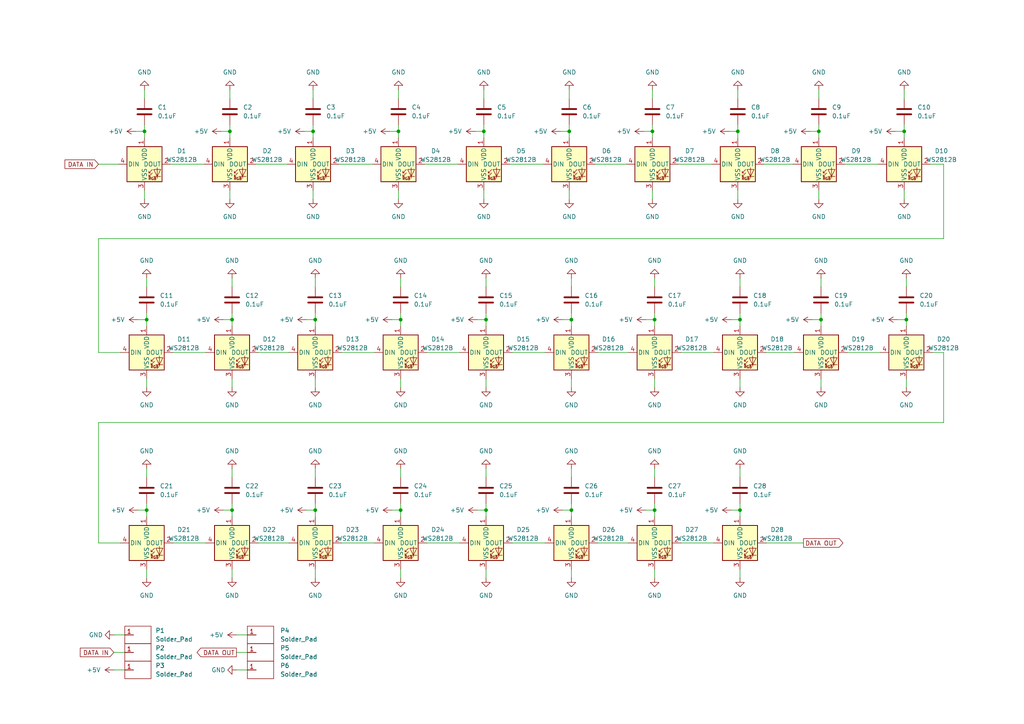
<source format=kicad_sch>
(kicad_sch (version 20230121) (generator eeschema)
  (paper "A4")
  (lib_symbols
    (symbol "Device:C" (pin_numbers hide) (pin_names (offset 0.254))
      (property "Reference" "C" (at 0.635 2.54 0))
      (property "Value" "C" (at 0.635 -2.54 0))
      (symbol "C_0_1"
        (polyline (pts (xy -2.032 -0.762) (xy 2.032 -0.762)) (stroke (width 0.508)))
        (polyline (pts (xy -2.032 0.762) (xy 2.032 0.762)) (stroke (width 0.508)))
      )
      (symbol "C_1_1"
        (pin passive line (at 0 3.81 270) (length 2.794) (name "~") (number "1"))
        (pin passive line (at 0 -3.81 90) (length 2.794) (name "~") (number "2"))
      )
    )
    (symbol "MyParts:Solder_Pad" (in_bom no)
      (property "Reference" "P" (at 0 3.81 0))
      (property "Value" "Solder_Pad" (at 0 -2.54 0))
      (symbol "Solder_Pad_0_1"
        (rectangle (start 0 2.54) (end 7.62 -2.54) (stroke (width 0.1524)))
      )
      (symbol "Solder_Pad_1_1"
        (pin bidirectional line (at 0 0 0) (length 2.54) (name "") (number "1"))
      )
    )
    (symbol "MyParts:WS2812B" (pin_names (offset 0.254))
      (property "Reference" "D" (at 5.08 5.715 0))
      (property "Value" "WS2812B" (at 1.27 -5.715 0))
      (symbol "WS2812B_0_0"
        (text "RGB" (at 2.286 -4.191 0) (effects (font (size 0.762 0.762))))
      )
      (symbol "WS2812B_0_1"
        (polyline (pts (xy 1.27 -3.556) (xy 1.778 -3.556)))
        (polyline (pts (xy 1.27 -2.54) (xy 1.778 -2.54)))
        (polyline (pts (xy 4.699 -3.556) (xy 2.667 -3.556)))
        (polyline (pts (xy 2.286 -2.54) (xy 1.27 -3.556) (xy 1.27 -3.048)))
        (polyline (pts (xy 2.286 -1.524) (xy 1.27 -2.54) (xy 1.27 -2.032)))
        (polyline (pts (xy 3.683 -1.016) (xy 3.683 -3.556) (xy 3.683 -4.064)))
        (polyline (pts (xy 4.699 -1.524) (xy 2.667 -1.524) (xy 3.683 -3.556) (xy 4.699 -1.524)))
        (rectangle (start 5.08 5.08) (end -5.08 -5.08) (stroke (width 0.254)) (fill (type background)))
      )
      (symbol "WS2812B_1_1"
        (pin power_in line (at 0 7.62 270) (length 2.54) (name "VDD") (number "1"))
        (pin output line (at 7.62 0 180) (length 2.54) (name "DOUT") (number "2"))
        (pin power_in line (at 0 -7.62 90) (length 2.54) (name "VSS") (number "3"))
        (pin input line (at -7.62 0 0) (length 2.54) (name "DIN") (number "4"))
      )
    )
    (symbol "power:+5V" (power) (pin_names (offset 0))
      (property "Value" "+5V" (at 0 3.556 0))
      (symbol "+5V_0_1"
        (polyline (pts (xy -0.762 1.27) (xy 0 2.54)))
        (polyline (pts (xy 0 0) (xy 0 2.54)))
        (polyline (pts (xy 0 2.54) (xy 0.762 1.27)))
      )
      (symbol "+5V_1_1"
        (pin power_in line (at 0 0 90) (length 0) hide (name "+5V") (number "1"))
      )
    )
    (symbol "power:GND" (power) (pin_names (offset 0))
      (property "Value" "GND" (at 0 -3.81 0))
      (symbol "GND_0_1"
        (polyline (pts (xy 0 0) (xy 0 -1.27) (xy 1.27 -1.27) (xy 0 -2.54) (xy -1.27 -1.27) (xy 0 -1.27)))
      )
      (symbol "GND_1_1"
        (pin power_in line (at 0 0 270) (length 0) hide (name "GND") (number "1"))
      )
    )
  )
  (junction (at 165.735 92.71))
  (junction (at 189.23 38.1))
  (junction (at 213.995 38.1))
  (junction (at 214.63 92.71))
  (junction (at 42.545 92.71))
  (junction (at 238.125 92.71))
  (junction (at 189.865 147.955))
  (junction (at 67.31 92.71))
  (junction (at 41.91 38.1))
  (junction (at 189.865 92.71))
  (junction (at 262.89 92.71))
  (junction (at 67.31 147.955))
  (junction (at 140.97 147.955))
  (junction (at 140.335 38.1))
  (junction (at 91.44 147.955))
  (junction (at 91.44 92.71))
  (junction (at 42.545 147.955))
  (junction (at 165.735 147.955))
  (junction (at 165.1 38.1))
  (junction (at 140.97 92.71))
  (junction (at 115.57 38.1))
  (junction (at 116.205 92.71))
  (junction (at 66.675 38.1))
  (junction (at 262.255 38.1))
  (junction (at 237.49 38.1))
  (junction (at 214.63 147.955))
  (junction (at 116.205 147.955))
  (junction (at 90.805 38.1))
  (wire (pts (xy 42.545 147.955) (xy 42.545 149.86)))
  (wire (pts (xy 189.865 135.89) (xy 189.865 138.43)))
  (wire (pts (xy 99.06 102.235) (xy 108.585 102.235)))
  (wire (pts (xy 116.205 92.71) (xy 116.205 94.615)))
  (wire (pts (xy 237.49 55.245) (xy 237.49 57.785)))
  (wire (pts (xy 172.72 47.625) (xy 181.61 47.625)))
  (wire (pts (xy 88.9 92.71) (xy 91.44 92.71)))
  (wire (pts (xy 189.23 55.245) (xy 189.23 57.785)))
  (wire (pts (xy 262.89 109.855) (xy 262.89 112.395)))
  (wire (pts (xy 189.865 165.1) (xy 189.865 167.64)))
  (wire (pts (xy 262.89 92.71) (xy 262.89 94.615)))
  (wire (pts (xy 64.77 92.71) (xy 67.31 92.71)))
  (wire (pts (xy 222.25 157.48) (xy 233.045 157.48)))
  (wire (pts (xy 213.995 26.035) (xy 213.995 28.575)))
  (wire (pts (xy 90.805 26.035) (xy 90.805 28.575)))
  (wire (pts (xy 189.23 36.195) (xy 189.23 38.1)))
  (wire (pts (xy 213.995 38.1) (xy 213.995 40.005)))
  (wire (pts (xy 262.89 90.805) (xy 262.89 92.71)))
  (wire (pts (xy 213.995 36.195) (xy 213.995 38.1)))
  (wire (pts (xy 212.09 92.71) (xy 214.63 92.71)))
  (wire (pts (xy 197.485 157.48) (xy 207.01 157.48)))
  (wire (pts (xy 140.335 38.1) (xy 140.335 40.005)))
  (wire (pts (xy 140.97 165.1) (xy 140.97 167.64)))
  (wire (pts (xy 41.91 55.245) (xy 41.91 57.785)))
  (wire (pts (xy 74.93 102.235) (xy 83.82 102.235)))
  (wire (pts (xy 189.865 109.855) (xy 189.865 112.395)))
  (wire (pts (xy 237.49 26.035) (xy 237.49 28.575)))
  (wire (pts (xy 237.49 36.195) (xy 237.49 38.1)))
  (wire (pts (xy 66.675 38.1) (xy 66.675 40.005)))
  (wire (pts (xy 165.1 26.035) (xy 165.1 28.575)))
  (wire (pts (xy 33.02 194.31) (xy 36.195 194.31)))
  (wire (pts (xy 113.665 92.71) (xy 116.205 92.71)))
  (wire (pts (xy 165.1 36.195) (xy 165.1 38.1)))
  (wire (pts (xy 163.195 92.71) (xy 165.735 92.71)))
  (wire (pts (xy 90.805 36.195) (xy 90.805 38.1)))
  (wire (pts (xy 245.745 102.235) (xy 255.27 102.235)))
  (wire (pts (xy 273.685 69.215) (xy 28.575 69.215)))
  (wire (pts (xy 115.57 36.195) (xy 115.57 38.1)))
  (wire (pts (xy 273.685 47.625) (xy 273.685 69.215)))
  (wire (pts (xy 67.31 92.71) (xy 67.31 94.615)))
  (wire (pts (xy 165.735 165.1) (xy 165.735 167.64)))
  (wire (pts (xy 67.31 109.855) (xy 67.31 112.395)))
  (wire (pts (xy 262.89 80.645) (xy 262.89 83.185)))
  (wire (pts (xy 140.97 135.89) (xy 140.97 138.43)))
  (wire (pts (xy 189.865 146.05) (xy 189.865 147.955)))
  (wire (pts (xy 113.03 38.1) (xy 115.57 38.1)))
  (wire (pts (xy 237.49 38.1) (xy 237.49 40.005)))
  (wire (pts (xy 234.95 38.1) (xy 237.49 38.1)))
  (wire (pts (xy 116.205 135.89) (xy 116.205 138.43)))
  (wire (pts (xy 40.005 92.71) (xy 42.545 92.71)))
  (wire (pts (xy 115.57 38.1) (xy 115.57 40.005)))
  (wire (pts (xy 113.665 147.955) (xy 116.205 147.955)))
  (wire (pts (xy 273.685 102.235) (xy 273.685 122.555)))
  (wire (pts (xy 140.97 92.71) (xy 140.97 94.615)))
  (wire (pts (xy 165.735 109.855) (xy 165.735 112.395)))
  (wire (pts (xy 91.44 80.645) (xy 91.44 83.185)))
  (wire (pts (xy 66.675 55.245) (xy 66.675 57.785)))
  (wire (pts (xy 66.675 36.195) (xy 66.675 38.1)))
  (wire (pts (xy 123.825 102.235) (xy 133.35 102.235)))
  (wire (pts (xy 235.585 92.71) (xy 238.125 92.71)))
  (wire (pts (xy 189.865 80.645) (xy 189.865 83.185)))
  (wire (pts (xy 273.685 122.555) (xy 28.575 122.555)))
  (wire (pts (xy 41.91 36.195) (xy 41.91 38.1)))
  (wire (pts (xy 42.545 92.71) (xy 42.545 94.615)))
  (wire (pts (xy 67.31 165.1) (xy 67.31 167.64)))
  (wire (pts (xy 165.735 146.05) (xy 165.735 147.955)))
  (wire (pts (xy 91.44 109.855) (xy 91.44 112.395)))
  (wire (pts (xy 28.575 47.625) (xy 34.29 47.625)))
  (wire (pts (xy 42.545 135.89) (xy 42.545 138.43)))
  (wire (pts (xy 49.53 47.625) (xy 59.055 47.625)))
  (wire (pts (xy 40.005 147.955) (xy 42.545 147.955)))
  (wire (pts (xy 116.205 147.955) (xy 116.205 149.86)))
  (wire (pts (xy 222.25 102.235) (xy 230.505 102.235)))
  (wire (pts (xy 90.805 38.1) (xy 90.805 40.005)))
  (wire (pts (xy 165.735 92.71) (xy 165.735 94.615)))
  (wire (pts (xy 269.875 47.625) (xy 273.685 47.625)))
  (wire (pts (xy 187.325 92.71) (xy 189.865 92.71)))
  (wire (pts (xy 74.295 47.625) (xy 83.185 47.625)))
  (wire (pts (xy 68.58 194.31) (xy 71.755 194.31)))
  (wire (pts (xy 42.545 90.805) (xy 42.545 92.71)))
  (wire (pts (xy 238.125 109.855) (xy 238.125 112.395)))
  (wire (pts (xy 165.735 135.89) (xy 165.735 138.43)))
  (wire (pts (xy 116.205 146.05) (xy 116.205 147.955)))
  (wire (pts (xy 197.485 102.235) (xy 207.01 102.235)))
  (wire (pts (xy 50.165 157.48) (xy 59.69 157.48)))
  (wire (pts (xy 50.165 102.235) (xy 59.69 102.235)))
  (wire (pts (xy 41.91 26.035) (xy 41.91 28.575)))
  (wire (pts (xy 116.205 80.645) (xy 116.205 83.185)))
  (wire (pts (xy 28.575 157.48) (xy 34.925 157.48)))
  (wire (pts (xy 214.63 135.89) (xy 214.63 138.43)))
  (wire (pts (xy 91.44 92.71) (xy 91.44 94.615)))
  (wire (pts (xy 66.675 26.035) (xy 66.675 28.575)))
  (wire (pts (xy 28.575 122.555) (xy 28.575 157.48)))
  (wire (pts (xy 91.44 147.955) (xy 91.44 149.86)))
  (wire (pts (xy 68.58 189.23) (xy 71.755 189.23)))
  (wire (pts (xy 165.735 90.805) (xy 165.735 92.71)))
  (wire (pts (xy 64.135 38.1) (xy 66.675 38.1)))
  (wire (pts (xy 221.615 47.625) (xy 229.87 47.625)))
  (wire (pts (xy 42.545 165.1) (xy 42.545 167.64)))
  (wire (pts (xy 262.255 55.245) (xy 262.255 57.785)))
  (wire (pts (xy 123.825 157.48) (xy 133.35 157.48)))
  (wire (pts (xy 262.255 26.035) (xy 262.255 28.575)))
  (wire (pts (xy 165.735 80.645) (xy 165.735 83.185)))
  (wire (pts (xy 213.995 55.245) (xy 213.995 57.785)))
  (wire (pts (xy 116.205 109.855) (xy 116.205 112.395)))
  (wire (pts (xy 67.31 135.89) (xy 67.31 138.43)))
  (wire (pts (xy 214.63 92.71) (xy 214.63 94.615)))
  (wire (pts (xy 116.205 90.805) (xy 116.205 92.71)))
  (wire (pts (xy 33.02 189.23) (xy 36.195 189.23)))
  (wire (pts (xy 189.23 38.1) (xy 189.23 40.005)))
  (wire (pts (xy 214.63 147.955) (xy 214.63 149.86)))
  (wire (pts (xy 212.09 147.955) (xy 214.63 147.955)))
  (wire (pts (xy 211.455 38.1) (xy 213.995 38.1)))
  (wire (pts (xy 42.545 146.05) (xy 42.545 147.955)))
  (wire (pts (xy 90.805 55.245) (xy 90.805 57.785)))
  (wire (pts (xy 140.335 26.035) (xy 140.335 28.575)))
  (wire (pts (xy 165.1 38.1) (xy 165.1 40.005)))
  (wire (pts (xy 64.77 147.955) (xy 67.31 147.955)))
  (wire (pts (xy 88.9 147.955) (xy 91.44 147.955)))
  (wire (pts (xy 74.93 157.48) (xy 83.82 157.48)))
  (wire (pts (xy 42.545 80.645) (xy 42.545 83.185)))
  (wire (pts (xy 140.97 80.645) (xy 140.97 83.185)))
  (wire (pts (xy 163.195 147.955) (xy 165.735 147.955)))
  (wire (pts (xy 91.44 135.89) (xy 91.44 138.43)))
  (wire (pts (xy 262.255 36.195) (xy 262.255 38.1)))
  (wire (pts (xy 214.63 80.645) (xy 214.63 83.185)))
  (wire (pts (xy 123.19 47.625) (xy 132.715 47.625)))
  (wire (pts (xy 39.37 38.1) (xy 41.91 38.1)))
  (wire (pts (xy 28.575 102.235) (xy 34.925 102.235)))
  (wire (pts (xy 140.97 109.855) (xy 140.97 112.395)))
  (wire (pts (xy 189.865 90.805) (xy 189.865 92.71)))
  (wire (pts (xy 189.865 92.71) (xy 189.865 94.615)))
  (wire (pts (xy 115.57 26.035) (xy 115.57 28.575)))
  (wire (pts (xy 214.63 165.1) (xy 214.63 167.64)))
  (wire (pts (xy 140.97 147.955) (xy 140.97 149.86)))
  (wire (pts (xy 165.1 55.245) (xy 165.1 57.785)))
  (wire (pts (xy 214.63 146.05) (xy 214.63 147.955)))
  (wire (pts (xy 165.735 147.955) (xy 165.735 149.86)))
  (wire (pts (xy 214.63 90.805) (xy 214.63 92.71)))
  (wire (pts (xy 270.51 102.235) (xy 273.685 102.235)))
  (wire (pts (xy 173.355 157.48) (xy 182.245 157.48)))
  (wire (pts (xy 262.255 38.1) (xy 262.255 40.005)))
  (wire (pts (xy 33.02 184.15) (xy 36.195 184.15)))
  (wire (pts (xy 214.63 109.855) (xy 214.63 112.395)))
  (wire (pts (xy 67.31 90.805) (xy 67.31 92.71)))
  (wire (pts (xy 189.865 147.955) (xy 189.865 149.86)))
  (wire (pts (xy 138.43 147.955) (xy 140.97 147.955)))
  (wire (pts (xy 68.58 184.15) (xy 71.755 184.15)))
  (wire (pts (xy 42.545 109.855) (xy 42.545 112.395)))
  (wire (pts (xy 238.125 90.805) (xy 238.125 92.71)))
  (wire (pts (xy 91.44 90.805) (xy 91.44 92.71)))
  (wire (pts (xy 245.11 47.625) (xy 254.635 47.625)))
  (wire (pts (xy 259.715 38.1) (xy 262.255 38.1)))
  (wire (pts (xy 238.125 80.645) (xy 238.125 83.185)))
  (wire (pts (xy 140.97 146.05) (xy 140.97 147.955)))
  (wire (pts (xy 98.425 47.625) (xy 107.95 47.625)))
  (wire (pts (xy 91.44 146.05) (xy 91.44 147.955)))
  (wire (pts (xy 238.125 92.71) (xy 238.125 94.615)))
  (wire (pts (xy 67.31 146.05) (xy 67.31 147.955)))
  (wire (pts (xy 137.795 38.1) (xy 140.335 38.1)))
  (wire (pts (xy 162.56 38.1) (xy 165.1 38.1)))
  (wire (pts (xy 116.205 165.1) (xy 116.205 167.64)))
  (wire (pts (xy 189.23 26.035) (xy 189.23 28.575)))
  (wire (pts (xy 88.265 38.1) (xy 90.805 38.1)))
  (wire (pts (xy 67.31 80.645) (xy 67.31 83.185)))
  (wire (pts (xy 148.59 102.235) (xy 158.115 102.235)))
  (wire (pts (xy 99.06 157.48) (xy 108.585 157.48)))
  (wire (pts (xy 148.59 157.48) (xy 158.115 157.48)))
  (wire (pts (xy 115.57 55.245) (xy 115.57 57.785)))
  (wire (pts (xy 138.43 92.71) (xy 140.97 92.71)))
  (wire (pts (xy 140.335 36.195) (xy 140.335 38.1)))
  (wire (pts (xy 67.31 147.955) (xy 67.31 149.86)))
  (wire (pts (xy 28.575 69.215) (xy 28.575 102.235)))
  (wire (pts (xy 260.35 92.71) (xy 262.89 92.71)))
  (wire (pts (xy 140.97 90.805) (xy 140.97 92.71)))
  (wire (pts (xy 41.91 38.1) (xy 41.91 40.005)))
  (wire (pts (xy 173.355 102.235) (xy 182.245 102.235)))
  (wire (pts (xy 140.335 55.245) (xy 140.335 57.785)))
  (wire (pts (xy 147.955 47.625) (xy 157.48 47.625)))
  (wire (pts (xy 196.85 47.625) (xy 206.375 47.625)))
  (wire (pts (xy 91.44 165.1) (xy 91.44 167.64)))
  (wire (pts (xy 187.325 147.955) (xy 189.865 147.955)))
  (wire (pts (xy 186.69 38.1) (xy 189.23 38.1)))
  (global_label "DATA OUT" (shape output) (at 233.045 157.48 0) (property "Intersheetrefs" "${INTERSHEET_REFS}" (effects hide)))
  (global_label "DATA OUT" (shape output) (at 68.58 189.23 180) (property "Intersheetrefs" "${INTERSHEET_REFS}" (effects hide)))
  (global_label "DATA IN" (shape input) (at 33.02 189.23 180) (property "Intersheetrefs" "${INTERSHEET_REFS}" (effects hide)))
  (global_label "DATA IN" (shape input) (at 28.575 47.625 180) (property "Intersheetrefs" "${INTERSHEET_REFS}" (effects hide)))
  (symbol (lib_id "power:GND") (at 68.58 194.31 270) (unit 1)
    (property "Reference" "#PWR088" (effects hide))
    (property "Value" "GND" (at 65.405 194.3099 90) (effects (justify right)))
  )
  (symbol (lib_id "power:+5V") (at 187.325 147.955 90) (unit 1)
    (property "Reference" "#PWR079" (effects hide))
    (property "Value" "+5V" (at 183.515 147.9549 90) (effects (justify left)))
  )
  (symbol (lib_id "power:+5V") (at 113.665 92.71 90) (unit 1)
    (property "Reference" "#PWR040" (effects hide))
    (property "Value" "+5V" (at 109.855 92.7099 90) (effects (justify left)))
  )
  (symbol (lib_id "power:GND") (at 91.44 167.64 0) (unit 1)
    (property "Reference" "#PWR069" (effects hide))
    (property "Value" "GND" (at 91.44 172.72 0))
  )
  (symbol (lib_id "power:+5V") (at 137.795 38.1 90) (unit 1)
    (property "Reference" "#PWR013" (effects hide))
    (property "Value" "+5V" (at 133.985 38.0999 90) (effects (justify left)))
  )
  (symbol (lib_id "Device:C") (at 42.545 86.995 180) (unit 1)
    (property "Reference" "C11" (at 46.355 85.7249 0) (effects (justify right)))
    (property "Value" "0.1uF" (at 46.355 88.2649 0) (effects (justify right)))
    (property "Footprint" "Capacitor_SMD:C_0603_1608Metric_Pad1.08x0.95mm_HandSolder" (effects hide))
    (property "LCSC #" "C14663" (effects hide))
  )
  (symbol (lib_id "power:+5V") (at 68.58 184.15 90) (unit 1)
    (property "Reference" "#PWR087" (effects hide))
    (property "Value" "+5V" (at 64.77 184.1499 90) (effects (justify left)))
  )
  (symbol (lib_id "Device:C") (at 41.91 32.385 180) (unit 1)
    (property "Reference" "C1" (at 45.72 31.1149 0) (effects (justify right)))
    (property "Value" "0.1uF" (at 45.72 33.6549 0) (effects (justify right)))
    (property "Footprint" "Capacitor_SMD:C_0603_1608Metric_Pad1.08x0.95mm_HandSolder" (effects hide))
    (property "LCSC #" "C14663" (effects hide))
  )
  (symbol (lib_id "MyParts:WS2812B") (at 116.205 102.235 0) (unit 1)
    (property "Reference" "D14" (at 127 98.3834 0))
    (property "Value" "WS2812B" (at 127 100.9234 0))
    (property "Footprint" "LED_SMD:LED_WS2812B_PLCC4_5.0x5.0mm_P3.2mm" (effects hide))
    (property "Datasheet" "https://cdn-shop.adafruit.com/datasheets/WS2812B.pdf" (effects hide))
    (property "LCSC #" "C2843785" (effects hide))
  )
  (symbol (lib_id "power:+5V") (at 211.455 38.1 90) (unit 1)
    (property "Reference" "#PWR022" (effects hide))
    (property "Value" "+5V" (at 207.645 38.0999 90) (effects (justify left)))
  )
  (symbol (lib_id "MyParts:WS2812B") (at 214.63 157.48 0) (unit 1)
    (property "Reference" "D28" (at 225.425 153.6284 0))
    (property "Value" "WS2812B" (at 225.425 156.1684 0))
    (property "Footprint" "LED_SMD:LED_WS2812B_PLCC4_5.0x5.0mm_P3.2mm" (effects hide))
    (property "Datasheet" "https://cdn-shop.adafruit.com/datasheets/WS2812B.pdf" (effects hide))
    (property "LCSC #" "C2843785" (effects hide))
  )
  (symbol (lib_id "power:GND") (at 91.44 112.395 0) (unit 1)
    (property "Reference" "#PWR039" (effects hide))
    (property "Value" "GND" (at 91.44 117.475 0))
  )
  (symbol (lib_id "power:GND") (at 90.805 26.035 180) (unit 1)
    (property "Reference" "#PWR08" (effects hide))
    (property "Value" "GND" (at 90.805 20.955 0))
  )
  (symbol (lib_id "power:GND") (at 41.91 26.035 180) (unit 1)
    (property "Reference" "#PWR01" (effects hide))
    (property "Value" "GND" (at 41.91 20.955 0))
  )
  (symbol (lib_id "power:GND") (at 116.205 80.645 180) (unit 1)
    (property "Reference" "#PWR041" (effects hide))
    (property "Value" "GND" (at 116.205 75.565 0))
  )
  (symbol (lib_id "MyParts:WS2812B") (at 165.1 47.625 0) (unit 1)
    (property "Reference" "D6" (at 175.895 43.7734 0))
    (property "Value" "WS2812B" (at 175.895 46.3134 0))
    (property "Footprint" "LED_SMD:LED_WS2812B_PLCC4_5.0x5.0mm_P3.2mm" (effects hide))
    (property "Datasheet" "https://cdn-shop.adafruit.com/datasheets/WS2812B.pdf" (effects hide))
    (property "LCSC #" "C2843785" (effects hide))
  )
  (symbol (lib_id "power:GND") (at 116.205 112.395 0) (unit 1)
    (property "Reference" "#PWR042" (effects hide))
    (property "Value" "GND" (at 116.205 117.475 0))
  )
  (symbol (lib_id "MyParts:WS2812B") (at 66.675 47.625 0) (unit 1)
    (property "Reference" "D2" (at 77.47 43.7734 0))
    (property "Value" "WS2812B" (at 77.47 46.3134 0))
    (property "Footprint" "LED_SMD:LED_WS2812B_PLCC4_5.0x5.0mm_P3.2mm" (effects hide))
    (property "Datasheet" "https://cdn-shop.adafruit.com/datasheets/WS2812B.pdf" (effects hide))
    (property "LCSC #" "C2843785" (effects hide))
  )
  (symbol (lib_id "MyParts:WS2812B") (at 189.865 102.235 0) (unit 1)
    (property "Reference" "D17" (at 200.66 98.3834 0))
    (property "Value" "WS2812B" (at 200.66 100.9234 0))
    (property "Footprint" "LED_SMD:LED_WS2812B_PLCC4_5.0x5.0mm_P3.2mm" (effects hide))
    (property "Datasheet" "https://cdn-shop.adafruit.com/datasheets/WS2812B.pdf" (effects hide))
    (property "LCSC #" "C2843785" (effects hide))
  )
  (symbol (lib_id "power:GND") (at 165.735 112.395 0) (unit 1)
    (property "Reference" "#PWR048" (effects hide))
    (property "Value" "GND" (at 165.735 117.475 0))
  )
  (symbol (lib_id "MyParts:WS2812B") (at 41.91 47.625 0) (unit 1)
    (property "Reference" "D1" (at 52.705 43.7734 0))
    (property "Value" "WS2812B" (at 52.705 46.3134 0))
    (property "Footprint" "LED_SMD:LED_WS2812B_PLCC4_5.0x5.0mm_P3.2mm" (effects hide))
    (property "Datasheet" "https://cdn-shop.adafruit.com/datasheets/WS2812B.pdf" (effects hide))
    (property "LCSC #" "C2843785" (effects hide))
  )
  (symbol (lib_id "power:GND") (at 189.865 80.645 180) (unit 1)
    (property "Reference" "#PWR050" (effects hide))
    (property "Value" "GND" (at 189.865 75.565 0))
  )
  (symbol (lib_id "Device:C") (at 140.335 32.385 180) (unit 1)
    (property "Reference" "C5" (at 144.145 31.1149 0) (effects (justify right)))
    (property "Value" "0.1uF" (at 144.145 33.6549 0) (effects (justify right)))
    (property "Footprint" "Capacitor_SMD:C_0603_1608Metric_Pad1.08x0.95mm_HandSolder" (effects hide))
    (property "LCSC #" "C14663" (effects hide))
  )
  (symbol (lib_id "power:GND") (at 262.255 26.035 180) (unit 1)
    (property "Reference" "#PWR029" (effects hide))
    (property "Value" "GND" (at 262.255 20.955 0))
  )
  (symbol (lib_id "power:GND") (at 66.675 26.035 180) (unit 1)
    (property "Reference" "#PWR05" (effects hide))
    (property "Value" "GND" (at 66.675 20.955 0))
  )
  (symbol (lib_id "Device:C") (at 262.89 86.995 180) (unit 1)
    (property "Reference" "C20" (at 266.7 85.7249 0) (effects (justify right)))
    (property "Value" "0.1uF" (at 266.7 88.2649 0) (effects (justify right)))
    (property "Footprint" "Capacitor_SMD:C_0603_1608Metric_Pad1.08x0.95mm_HandSolder" (effects hide))
    (property "LCSC #" "C14663" (effects hide))
  )
  (symbol (lib_id "Device:C") (at 90.805 32.385 180) (unit 1)
    (property "Reference" "C3" (at 94.615 31.1149 0) (effects (justify right)))
    (property "Value" "0.1uF" (at 94.615 33.6549 0) (effects (justify right)))
    (property "Footprint" "Capacitor_SMD:C_0603_1608Metric_Pad1.08x0.95mm_HandSolder" (effects hide))
    (property "LCSC #" "C14663" (effects hide))
  )
  (symbol (lib_id "power:+5V") (at 186.69 38.1 90) (unit 1)
    (property "Reference" "#PWR019" (effects hide))
    (property "Value" "+5V" (at 182.88 38.0999 90) (effects (justify left)))
  )
  (symbol (lib_id "power:GND") (at 140.335 26.035 180) (unit 1)
    (property "Reference" "#PWR014" (effects hide))
    (property "Value" "GND" (at 140.335 20.955 0))
  )
  (symbol (lib_id "power:GND") (at 214.63 135.89 180) (unit 1)
    (property "Reference" "#PWR083" (effects hide))
    (property "Value" "GND" (at 214.63 130.81 0))
  )
  (symbol (lib_id "power:GND") (at 116.205 135.89 180) (unit 1)
    (property "Reference" "#PWR071" (effects hide))
    (property "Value" "GND" (at 116.205 130.81 0))
  )
  (symbol (lib_id "power:+5V") (at 64.135 38.1 90) (unit 1)
    (property "Reference" "#PWR04" (effects hide))
    (property "Value" "+5V" (at 60.325 38.0999 90) (effects (justify left)))
  )
  (symbol (lib_id "MyParts:Solder_Pad") (at 36.195 194.31 0) (unit 1) (in_bom no)
    (property "Reference" "P3" (at 45.085 193.0399 0) (effects (justify left)))
    (property "Value" "Solder_Pad" (at 45.085 195.5799 0) (effects (justify left)))
    (property "Footprint" "footprint:Solder pad" (effects hide))
  )
  (symbol (lib_id "power:GND") (at 213.995 26.035 180) (unit 1)
    (property "Reference" "#PWR023" (effects hide))
    (property "Value" "GND" (at 213.995 20.955 0))
  )
  (symbol (lib_id "power:+5V") (at 260.35 92.71 90) (unit 1)
    (property "Reference" "#PWR058" (effects hide))
    (property "Value" "+5V" (at 256.54 92.7099 90) (effects (justify left)))
  )
  (symbol (lib_id "MyParts:WS2812B") (at 42.545 157.48 0) (unit 1)
    (property "Reference" "D21" (at 53.34 153.6284 0))
    (property "Value" "WS2812B" (at 53.34 156.1684 0))
    (property "Footprint" "LED_SMD:LED_WS2812B_PLCC4_5.0x5.0mm_P3.2mm" (effects hide))
    (property "Datasheet" "https://cdn-shop.adafruit.com/datasheets/WS2812B.pdf" (effects hide))
    (property "LCSC #" "C2843785" (effects hide))
  )
  (symbol (lib_id "Device:C") (at 165.735 142.24 180) (unit 1)
    (property "Reference" "C26" (at 169.545 140.9699 0) (effects (justify right)))
    (property "Value" "0.1uF" (at 169.545 143.5099 0) (effects (justify right)))
    (property "Footprint" "Capacitor_SMD:C_0603_1608Metric_Pad1.08x0.95mm_HandSolder" (effects hide))
    (property "LCSC #" "C14663" (effects hide))
  )
  (symbol (lib_id "Device:C") (at 189.23 32.385 180) (unit 1)
    (property "Reference" "C7" (at 193.04 31.1149 0) (effects (justify right)))
    (property "Value" "0.1uF" (at 193.04 33.6549 0) (effects (justify right)))
    (property "Footprint" "Capacitor_SMD:C_0603_1608Metric_Pad1.08x0.95mm_HandSolder" (effects hide))
    (property "LCSC #" "C14663" (effects hide))
  )
  (symbol (lib_id "power:GND") (at 189.865 167.64 0) (unit 1)
    (property "Reference" "#PWR081" (effects hide))
    (property "Value" "GND" (at 189.865 172.72 0))
  )
  (symbol (lib_id "power:GND") (at 165.1 26.035 180) (unit 1)
    (property "Reference" "#PWR017" (effects hide))
    (property "Value" "GND" (at 165.1 20.955 0))
  )
  (symbol (lib_id "Device:C") (at 165.735 86.995 180) (unit 1)
    (property "Reference" "C16" (at 169.545 85.7249 0) (effects (justify right)))
    (property "Value" "0.1uF" (at 169.545 88.2649 0) (effects (justify right)))
    (property "Footprint" "Capacitor_SMD:C_0603_1608Metric_Pad1.08x0.95mm_HandSolder" (effects hide))
    (property "LCSC #" "C14663" (effects hide))
  )
  (symbol (lib_id "power:GND") (at 140.97 80.645 180) (unit 1)
    (property "Reference" "#PWR044" (effects hide))
    (property "Value" "GND" (at 140.97 75.565 0))
  )
  (symbol (lib_id "Device:C") (at 66.675 32.385 180) (unit 1)
    (property "Reference" "C2" (at 70.485 31.1149 0) (effects (justify right)))
    (property "Value" "0.1uF" (at 70.485 33.6549 0) (effects (justify right)))
    (property "Footprint" "Capacitor_SMD:C_0603_1608Metric_Pad1.08x0.95mm_HandSolder" (effects hide))
    (property "LCSC #" "C14663" (effects hide))
  )
  (symbol (lib_id "MyParts:Solder_Pad") (at 71.755 184.15 0) (unit 1) (in_bom no)
    (property "Reference" "P4" (at 81.28 182.8799 0) (effects (justify left)))
    (property "Value" "Solder_Pad" (at 81.28 185.4199 0) (effects (justify left)))
    (property "Footprint" "footprint:Solder pad" (effects hide))
  )
  (symbol (lib_id "MyParts:WS2812B") (at 189.865 157.48 0) (unit 1)
    (property "Reference" "D27" (at 200.66 153.6284 0))
    (property "Value" "WS2812B" (at 200.66 156.1684 0))
    (property "Footprint" "LED_SMD:LED_WS2812B_PLCC4_5.0x5.0mm_P3.2mm" (effects hide))
    (property "Datasheet" "https://cdn-shop.adafruit.com/datasheets/WS2812B.pdf" (effects hide))
    (property "LCSC #" "C2843785" (effects hide))
  )
  (symbol (lib_id "MyParts:WS2812B") (at 165.735 102.235 0) (unit 1)
    (property "Reference" "D16" (at 176.53 98.3834 0))
    (property "Value" "WS2812B" (at 176.53 100.9234 0))
    (property "Footprint" "LED_SMD:LED_WS2812B_PLCC4_5.0x5.0mm_P3.2mm" (effects hide))
    (property "Datasheet" "https://cdn-shop.adafruit.com/datasheets/WS2812B.pdf" (effects hide))
    (property "LCSC #" "C2843785" (effects hide))
  )
  (symbol (lib_id "Device:C") (at 237.49 32.385 180) (unit 1)
    (property "Reference" "C9" (at 241.3 31.1149 0) (effects (justify right)))
    (property "Value" "0.1uF" (at 241.3 33.6549 0) (effects (justify right)))
    (property "Footprint" "Capacitor_SMD:C_0603_1608Metric_Pad1.08x0.95mm_HandSolder" (effects hide))
    (property "LCSC #" "C14663" (effects hide))
  )
  (symbol (lib_id "power:GND") (at 189.23 26.035 180) (unit 1)
    (property "Reference" "#PWR020" (effects hide))
    (property "Value" "GND" (at 189.23 20.955 0))
  )
  (symbol (lib_id "power:GND") (at 115.57 26.035 180) (unit 1)
    (property "Reference" "#PWR011" (effects hide))
    (property "Value" "GND" (at 115.57 20.955 0))
  )
  (symbol (lib_id "MyParts:Solder_Pad") (at 36.195 189.23 0) (unit 1) (in_bom no)
    (property "Reference" "P2" (at 45.085 187.9599 0) (effects (justify left)))
    (property "Value" "Solder_Pad" (at 45.085 190.4999 0) (effects (justify left)))
    (property "Footprint" "footprint:Solder pad" (effects hide))
  )
  (symbol (lib_id "power:+5V") (at 113.665 147.955 90) (unit 1)
    (property "Reference" "#PWR070" (effects hide))
    (property "Value" "+5V" (at 109.855 147.9549 90) (effects (justify left)))
  )
  (symbol (lib_id "power:GND") (at 189.865 112.395 0) (unit 1)
    (property "Reference" "#PWR051" (effects hide))
    (property "Value" "GND" (at 189.865 117.475 0))
  )
  (symbol (lib_id "power:+5V") (at 187.325 92.71 90) (unit 1)
    (property "Reference" "#PWR049" (effects hide))
    (property "Value" "+5V" (at 183.515 92.7099 90) (effects (justify left)))
  )
  (symbol (lib_id "power:GND") (at 165.735 167.64 0) (unit 1)
    (property "Reference" "#PWR078" (effects hide))
    (property "Value" "GND" (at 165.735 172.72 0))
  )
  (symbol (lib_id "power:GND") (at 189.865 135.89 180) (unit 1)
    (property "Reference" "#PWR080" (effects hide))
    (property "Value" "GND" (at 189.865 130.81 0))
  )
  (symbol (lib_id "power:GND") (at 33.02 184.15 270) (unit 1)
    (property "Reference" "#PWR086" (effects hide))
    (property "Value" "GND" (at 29.845 184.1499 90) (effects (justify right)))
  )
  (symbol (lib_id "power:GND") (at 262.89 80.645 180) (unit 1)
    (property "Reference" "#PWR059" (effects hide))
    (property "Value" "GND" (at 262.89 75.565 0))
  )
  (symbol (lib_id "Device:C") (at 91.44 142.24 180) (unit 1)
    (property "Reference" "C23" (at 95.25 140.9699 0) (effects (justify right)))
    (property "Value" "0.1uF" (at 95.25 143.5099 0) (effects (justify right)))
    (property "Footprint" "Capacitor_SMD:C_0603_1608Metric_Pad1.08x0.95mm_HandSolder" (effects hide))
    (property "LCSC #" "C14663" (effects hide))
  )
  (symbol (lib_id "power:+5V") (at 64.77 92.71 90) (unit 1)
    (property "Reference" "#PWR034" (effects hide))
    (property "Value" "+5V" (at 60.96 92.7099 90) (effects (justify left)))
  )
  (symbol (lib_id "Device:C") (at 189.865 142.24 180) (unit 1)
    (property "Reference" "C27" (at 193.675 140.9699 0) (effects (justify right)))
    (property "Value" "0.1uF" (at 193.675 143.5099 0) (effects (justify right)))
    (property "Footprint" "Capacitor_SMD:C_0603_1608Metric_Pad1.08x0.95mm_HandSolder" (effects hide))
    (property "LCSC #" "C14663" (effects hide))
  )
  (symbol (lib_id "MyParts:WS2812B") (at 140.97 157.48 0) (unit 1)
    (property "Reference" "D25" (at 151.765 153.6284 0))
    (property "Value" "WS2812B" (at 151.765 156.1684 0))
    (property "Footprint" "LED_SMD:LED_WS2812B_PLCC4_5.0x5.0mm_P3.2mm" (effects hide))
    (property "Datasheet" "https://cdn-shop.adafruit.com/datasheets/WS2812B.pdf" (effects hide))
    (property "LCSC #" "C2843785" (effects hide))
  )
  (symbol (lib_id "power:+5V") (at 259.715 38.1 90) (unit 1)
    (property "Reference" "#PWR028" (effects hide))
    (property "Value" "+5V" (at 255.905 38.0999 90) (effects (justify left)))
  )
  (symbol (lib_id "power:+5V") (at 163.195 92.71 90) (unit 1)
    (property "Reference" "#PWR046" (effects hide))
    (property "Value" "+5V" (at 159.385 92.7099 90) (effects (justify left)))
  )
  (symbol (lib_id "power:GND") (at 165.1 57.785 0) (unit 1)
    (property "Reference" "#PWR018" (effects hide))
    (property "Value" "GND" (at 165.1 62.865 0))
  )
  (symbol (lib_id "MyParts:WS2812B") (at 189.23 47.625 0) (unit 1)
    (property "Reference" "D7" (at 200.025 43.7734 0))
    (property "Value" "WS2812B" (at 200.025 46.3134 0))
    (property "Footprint" "LED_SMD:LED_WS2812B_PLCC4_5.0x5.0mm_P3.2mm" (effects hide))
    (property "Datasheet" "https://cdn-shop.adafruit.com/datasheets/WS2812B.pdf" (effects hide))
    (property "LCSC #" "C2843785" (effects hide))
  )
  (symbol (lib_id "MyParts:WS2812B") (at 262.89 102.235 0) (unit 1)
    (property "Reference" "D20" (at 273.685 98.3834 0))
    (property "Value" "WS2812B" (at 273.685 100.9234 0))
    (property "Footprint" "LED_SMD:LED_WS2812B_PLCC4_5.0x5.0mm_P3.2mm" (effects hide))
    (property "Datasheet" "https://cdn-shop.adafruit.com/datasheets/WS2812B.pdf" (effects hide))
    (property "LCSC #" "C2843785" (effects hide))
  )
  (symbol (lib_id "power:GND") (at 214.63 80.645 180) (unit 1)
    (property "Reference" "#PWR053" (effects hide))
    (property "Value" "GND" (at 214.63 75.565 0))
  )
  (symbol (lib_id "MyParts:WS2812B") (at 165.735 157.48 0) (unit 1)
    (property "Reference" "D26" (at 176.53 153.6284 0))
    (property "Value" "WS2812B" (at 176.53 156.1684 0))
    (property "Footprint" "LED_SMD:LED_WS2812B_PLCC4_5.0x5.0mm_P3.2mm" (effects hide))
    (property "Datasheet" "https://cdn-shop.adafruit.com/datasheets/WS2812B.pdf" (effects hide))
    (property "LCSC #" "C2843785" (effects hide))
  )
  (symbol (lib_id "Device:C") (at 213.995 32.385 180) (unit 1)
    (property "Reference" "C8" (at 217.805 31.1149 0) (effects (justify right)))
    (property "Value" "0.1uF" (at 217.805 33.6549 0) (effects (justify right)))
    (property "Footprint" "Capacitor_SMD:C_0603_1608Metric_Pad1.08x0.95mm_HandSolder" (effects hide))
    (property "LCSC #" "C14663" (effects hide))
  )
  (symbol (lib_id "MyParts:WS2812B") (at 213.995 47.625 0) (unit 1)
    (property "Reference" "D8" (at 224.79 43.7734 0))
    (property "Value" "WS2812B" (at 224.79 46.3134 0))
    (property "Footprint" "LED_SMD:LED_WS2812B_PLCC4_5.0x5.0mm_P3.2mm" (effects hide))
    (property "Datasheet" "https://cdn-shop.adafruit.com/datasheets/WS2812B.pdf" (effects hide))
    (property "LCSC #" "C2843785" (effects hide))
  )
  (symbol (lib_id "Device:C") (at 189.865 86.995 180) (unit 1)
    (property "Reference" "C17" (at 193.675 85.7249 0) (effects (justify right)))
    (property "Value" "0.1uF" (at 193.675 88.2649 0) (effects (justify right)))
    (property "Footprint" "Capacitor_SMD:C_0603_1608Metric_Pad1.08x0.95mm_HandSolder" (effects hide))
    (property "LCSC #" "C14663" (effects hide))
  )
  (symbol (lib_id "power:GND") (at 42.545 80.645 180) (unit 1)
    (property "Reference" "#PWR032" (effects hide))
    (property "Value" "GND" (at 42.545 75.565 0))
  )
  (symbol (lib_id "MyParts:WS2812B") (at 42.545 102.235 0) (unit 1)
    (property "Reference" "D11" (at 53.34 98.3834 0))
    (property "Value" "WS2812B" (at 53.34 100.9234 0))
    (property "Footprint" "LED_SMD:LED_WS2812B_PLCC4_5.0x5.0mm_P3.2mm" (effects hide))
    (property "Datasheet" "https://cdn-shop.adafruit.com/datasheets/WS2812B.pdf" (effects hide))
    (property "LCSC #" "C2843785" (effects hide))
  )
  (symbol (lib_id "MyParts:WS2812B") (at 214.63 102.235 0) (unit 1)
    (property "Reference" "D18" (at 225.425 98.3834 0))
    (property "Value" "WS2812B" (at 225.425 100.9234 0))
    (property "Footprint" "LED_SMD:LED_WS2812B_PLCC4_5.0x5.0mm_P3.2mm" (effects hide))
    (property "Datasheet" "https://cdn-shop.adafruit.com/datasheets/WS2812B.pdf" (effects hide))
    (property "LCSC #" "C2843785" (effects hide))
  )
  (symbol (lib_id "power:GND") (at 140.335 57.785 0) (unit 1)
    (property "Reference" "#PWR015" (effects hide))
    (property "Value" "GND" (at 140.335 62.865 0))
  )
  (symbol (lib_id "power:GND") (at 165.735 135.89 180) (unit 1)
    (property "Reference" "#PWR077" (effects hide))
    (property "Value" "GND" (at 165.735 130.81 0))
  )
  (symbol (lib_id "power:GND") (at 66.675 57.785 0) (unit 1)
    (property "Reference" "#PWR06" (effects hide))
    (property "Value" "GND" (at 66.675 62.865 0))
  )
  (symbol (lib_id "Device:C") (at 115.57 32.385 180) (unit 1)
    (property "Reference" "C4" (at 119.38 31.1149 0) (effects (justify right)))
    (property "Value" "0.1uF" (at 119.38 33.6549 0) (effects (justify right)))
    (property "Footprint" "Capacitor_SMD:C_0603_1608Metric_Pad1.08x0.95mm_HandSolder" (effects hide))
    (property "LCSC #" "C14663" (effects hide))
  )
  (symbol (lib_id "power:GND") (at 91.44 80.645 180) (unit 1)
    (property "Reference" "#PWR038" (effects hide))
    (property "Value" "GND" (at 91.44 75.565 0))
  )
  (symbol (lib_id "power:GND") (at 67.31 112.395 0) (unit 1)
    (property "Reference" "#PWR036" (effects hide))
    (property "Value" "GND" (at 67.31 117.475 0))
  )
  (symbol (lib_id "Device:C") (at 140.97 142.24 180) (unit 1)
    (property "Reference" "C25" (at 144.78 140.9699 0) (effects (justify right)))
    (property "Value" "0.1uF" (at 144.78 143.5099 0) (effects (justify right)))
    (property "Footprint" "Capacitor_SMD:C_0603_1608Metric_Pad1.08x0.95mm_HandSolder" (effects hide))
    (property "LCSC #" "C14663" (effects hide))
  )
  (symbol (lib_id "MyParts:Solder_Pad") (at 71.755 194.31 0) (unit 1) (in_bom no)
    (property "Reference" "P6" (at 81.28 193.04 0) (effects (justify left)))
    (property "Value" "Solder_Pad" (at 81.28 195.58 0) (effects (justify left)))
    (property "Footprint" "footprint:Solder pad" (effects hide))
  )
  (symbol (lib_id "power:GND") (at 214.63 112.395 0) (unit 1)
    (property "Reference" "#PWR054" (effects hide))
    (property "Value" "GND" (at 214.63 117.475 0))
  )
  (symbol (lib_id "MyParts:WS2812B") (at 91.44 102.235 0) (unit 1)
    (property "Reference" "D13" (at 102.235 98.3834 0))
    (property "Value" "WS2812B" (at 102.235 100.9234 0))
    (property "Footprint" "LED_SMD:LED_WS2812B_PLCC4_5.0x5.0mm_P3.2mm" (effects hide))
    (property "Datasheet" "https://cdn-shop.adafruit.com/datasheets/WS2812B.pdf" (effects hide))
    (property "LCSC #" "C2843785" (effects hide))
  )
  (symbol (lib_id "power:GND") (at 213.995 57.785 0) (unit 1)
    (property "Reference" "#PWR024" (effects hide))
    (property "Value" "GND" (at 213.995 62.865 0))
  )
  (symbol (lib_id "power:GND") (at 41.91 57.785 0) (unit 1)
    (property "Reference" "#PWR03" (effects hide))
    (property "Value" "GND" (at 41.91 62.865 0))
  )
  (symbol (lib_id "power:+5V") (at 138.43 92.71 90) (unit 1)
    (property "Reference" "#PWR043" (effects hide))
    (property "Value" "+5V" (at 134.62 92.7099 90) (effects (justify left)))
  )
  (symbol (lib_id "power:GND") (at 42.545 112.395 0) (unit 1)
    (property "Reference" "#PWR033" (effects hide))
    (property "Value" "GND" (at 42.545 117.475 0))
  )
  (symbol (lib_id "power:GND") (at 238.125 80.645 180) (unit 1)
    (property "Reference" "#PWR056" (effects hide))
    (property "Value" "GND" (at 238.125 75.565 0))
  )
  (symbol (lib_id "power:GND") (at 115.57 57.785 0) (unit 1)
    (property "Reference" "#PWR012" (effects hide))
    (property "Value" "GND" (at 115.57 62.865 0))
  )
  (symbol (lib_id "power:GND") (at 67.31 167.64 0) (unit 1)
    (property "Reference" "#PWR066" (effects hide))
    (property "Value" "GND" (at 67.31 172.72 0))
  )
  (symbol (lib_id "MyParts:WS2812B") (at 237.49 47.625 0) (unit 1)
    (property "Reference" "D9" (at 248.285 43.7734 0))
    (property "Value" "WS2812B" (at 248.285 46.3134 0))
    (property "Footprint" "LED_SMD:LED_WS2812B_PLCC4_5.0x5.0mm_P3.2mm" (effects hide))
    (property "Datasheet" "https://cdn-shop.adafruit.com/datasheets/WS2812B.pdf" (effects hide))
    (property "LCSC #" "C2843785" (effects hide))
  )
  (symbol (lib_id "power:GND") (at 189.23 57.785 0) (unit 1)
    (property "Reference" "#PWR021" (effects hide))
    (property "Value" "GND" (at 189.23 62.865 0))
  )
  (symbol (lib_id "Device:C") (at 116.205 86.995 180) (unit 1)
    (property "Reference" "C14" (at 120.015 85.7249 0) (effects (justify right)))
    (property "Value" "0.1uF" (at 120.015 88.2649 0) (effects (justify right)))
    (property "Footprint" "Capacitor_SMD:C_0603_1608Metric_Pad1.08x0.95mm_HandSolder" (effects hide))
    (property "LCSC #" "C14663" (effects hide))
  )
  (symbol (lib_id "power:+5V") (at 88.9 92.71 90) (unit 1)
    (property "Reference" "#PWR037" (effects hide))
    (property "Value" "+5V" (at 85.09 92.7099 90) (effects (justify left)))
  )
  (symbol (lib_id "MyParts:WS2812B") (at 140.335 47.625 0) (unit 1)
    (property "Reference" "D5" (at 151.13 43.7734 0))
    (property "Value" "WS2812B" (at 151.13 46.3134 0))
    (property "Footprint" "LED_SMD:LED_WS2812B_PLCC4_5.0x5.0mm_P3.2mm" (effects hide))
    (property "Datasheet" "https://cdn-shop.adafruit.com/datasheets/WS2812B.pdf" (effects hide))
    (property "LCSC #" "C2843785" (effects hide))
  )
  (symbol (lib_id "power:GND") (at 262.255 57.785 0) (unit 1)
    (property "Reference" "#PWR030" (effects hide))
    (property "Value" "GND" (at 262.255 62.865 0))
  )
  (symbol (lib_id "power:GND") (at 237.49 26.035 180) (unit 1)
    (property "Reference" "#PWR026" (effects hide))
    (property "Value" "GND" (at 237.49 20.955 0))
  )
  (symbol (lib_id "MyParts:WS2812B") (at 116.205 157.48 0) (unit 1)
    (property "Reference" "D24" (at 127 153.6284 0))
    (property "Value" "WS2812B" (at 127 156.1684 0))
    (property "Footprint" "LED_SMD:LED_WS2812B_PLCC4_5.0x5.0mm_P3.2mm" (effects hide))
    (property "Datasheet" "https://cdn-shop.adafruit.com/datasheets/WS2812B.pdf" (effects hide))
    (property "LCSC #" "C2843785" (effects hide))
  )
  (symbol (lib_id "power:GND") (at 214.63 167.64 0) (unit 1)
    (property "Reference" "#PWR084" (effects hide))
    (property "Value" "GND" (at 214.63 172.72 0))
  )
  (symbol (lib_id "power:GND") (at 67.31 80.645 180) (unit 1)
    (property "Reference" "#PWR035" (effects hide))
    (property "Value" "GND" (at 67.31 75.565 0))
  )
  (symbol (lib_id "power:GND") (at 237.49 57.785 0) (unit 1)
    (property "Reference" "#PWR027" (effects hide))
    (property "Value" "GND" (at 237.49 62.865 0))
  )
  (symbol (lib_id "power:+5V") (at 88.265 38.1 90) (unit 1)
    (property "Reference" "#PWR07" (effects hide))
    (property "Value" "+5V" (at 84.455 38.0999 90) (effects (justify left)))
  )
  (symbol (lib_id "power:GND") (at 238.125 112.395 0) (unit 1)
    (property "Reference" "#PWR057" (effects hide))
    (property "Value" "GND" (at 238.125 117.475 0))
  )
  (symbol (lib_id "MyParts:WS2812B") (at 262.255 47.625 0) (unit 1)
    (property "Reference" "D10" (at 273.05 43.7734 0))
    (property "Value" "WS2812B" (at 273.05 46.3134 0))
    (property "Footprint" "LED_SMD:LED_WS2812B_PLCC4_5.0x5.0mm_P3.2mm" (effects hide))
    (property "Datasheet" "https://cdn-shop.adafruit.com/datasheets/WS2812B.pdf" (effects hide))
    (property "LCSC #" "C2843785" (effects hide))
  )
  (symbol (lib_id "Device:C") (at 67.31 142.24 180) (unit 1)
    (property "Reference" "C22" (at 71.12 140.9699 0) (effects (justify right)))
    (property "Value" "0.1uF" (at 71.12 143.5099 0) (effects (justify right)))
    (property "Footprint" "Capacitor_SMD:C_0603_1608Metric_Pad1.08x0.95mm_HandSolder" (effects hide))
    (property "LCSC #" "C14663" (effects hide))
  )
  (symbol (lib_id "power:GND") (at 165.735 80.645 180) (unit 1)
    (property "Reference" "#PWR047" (effects hide))
    (property "Value" "GND" (at 165.735 75.565 0))
  )
  (symbol (lib_id "power:GND") (at 91.44 135.89 180) (unit 1)
    (property "Reference" "#PWR068" (effects hide))
    (property "Value" "GND" (at 91.44 130.81 0))
  )
  (symbol (lib_id "MyParts:WS2812B") (at 90.805 47.625 0) (unit 1)
    (property "Reference" "D3" (at 101.6 43.7734 0))
    (property "Value" "WS2812B" (at 101.6 46.3134 0))
    (property "Footprint" "LED_SMD:LED_WS2812B_PLCC4_5.0x5.0mm_P3.2mm" (effects hide))
    (property "Datasheet" "https://cdn-shop.adafruit.com/datasheets/WS2812B.pdf" (effects hide))
    (property "LCSC #" "C2843785" (effects hide))
  )
  (symbol (lib_id "MyParts:Solder_Pad") (at 36.195 184.15 0) (unit 1) (in_bom no)
    (property "Reference" "P1" (at 45.085 182.8799 0) (effects (justify left)))
    (property "Value" "Solder_Pad" (at 45.085 185.4199 0) (effects (justify left)))
    (property "Footprint" "footprint:Solder pad" (effects hide))
  )
  (symbol (lib_id "power:+5V") (at 138.43 147.955 90) (unit 1)
    (property "Reference" "#PWR073" (effects hide))
    (property "Value" "+5V" (at 134.62 147.9549 90) (effects (justify left)))
  )
  (symbol (lib_id "power:+5V") (at 212.09 92.71 90) (unit 1)
    (property "Reference" "#PWR052" (effects hide))
    (property "Value" "+5V" (at 208.28 92.7099 90) (effects (justify left)))
  )
  (symbol (lib_id "power:+5V") (at 64.77 147.955 90) (unit 1)
    (property "Reference" "#PWR064" (effects hide))
    (property "Value" "+5V" (at 60.96 147.9549 90) (effects (justify left)))
  )
  (symbol (lib_id "Device:C") (at 67.31 86.995 180) (unit 1)
    (property "Reference" "C12" (at 71.12 85.7249 0) (effects (justify right)))
    (property "Value" "0.1uF" (at 71.12 88.2649 0) (effects (justify right)))
    (property "Footprint" "Capacitor_SMD:C_0603_1608Metric_Pad1.08x0.95mm_HandSolder" (effects hide))
    (property "LCSC #" "C14663" (effects hide))
  )
  (symbol (lib_id "MyParts:WS2812B") (at 238.125 102.235 0) (unit 1)
    (property "Reference" "D19" (at 248.92 98.3834 0))
    (property "Value" "WS2812B" (at 248.92 100.9234 0))
    (property "Footprint" "LED_SMD:LED_WS2812B_PLCC4_5.0x5.0mm_P3.2mm" (effects hide))
    (property "Datasheet" "https://cdn-shop.adafruit.com/datasheets/WS2812B.pdf" (effects hide))
    (property "LCSC #" "C2843785" (effects hide))
  )
  (symbol (lib_id "Device:C") (at 214.63 142.24 180) (unit 1)
    (property "Reference" "C28" (at 218.44 140.9699 0) (effects (justify right)))
    (property "Value" "0.1uF" (at 218.44 143.5099 0) (effects (justify right)))
    (property "Footprint" "Capacitor_SMD:C_0603_1608Metric_Pad1.08x0.95mm_HandSolder" (effects hide))
    (property "LCSC #" "C14663" (effects hide))
  )
  (symbol (lib_id "Device:C") (at 91.44 86.995 180) (unit 1)
    (property "Reference" "C13" (at 95.25 85.7249 0) (effects (justify right)))
    (property "Value" "0.1uF" (at 95.25 88.2649 0) (effects (justify right)))
    (property "Footprint" "Capacitor_SMD:C_0603_1608Metric_Pad1.08x0.95mm_HandSolder" (effects hide))
    (property "LCSC #" "C14663" (effects hide))
  )
  (symbol (lib_id "power:+5V") (at 33.02 194.31 90) (unit 1)
    (property "Reference" "#PWR085" (effects hide))
    (property "Value" "+5V" (at 29.21 194.3099 90) (effects (justify left)))
  )
  (symbol (lib_id "MyParts:WS2812B") (at 67.31 102.235 0) (unit 1)
    (property "Reference" "D12" (at 78.105 98.3834 0))
    (property "Value" "WS2812B" (at 78.105 100.9234 0))
    (property "Footprint" "LED_SMD:LED_WS2812B_PLCC4_5.0x5.0mm_P3.2mm" (effects hide))
    (property "Datasheet" "https://cdn-shop.adafruit.com/datasheets/WS2812B.pdf" (effects hide))
    (property "LCSC #" "C2843785" (effects hide))
  )
  (symbol (lib_id "power:+5V") (at 234.95 38.1 90) (unit 1)
    (property "Reference" "#PWR025" (effects hide))
    (property "Value" "+5V" (at 231.14 38.0999 90) (effects (justify left)))
  )
  (symbol (lib_id "power:GND") (at 140.97 135.89 180) (unit 1)
    (property "Reference" "#PWR074" (effects hide))
    (property "Value" "GND" (at 140.97 130.81 0))
  )
  (symbol (lib_id "Device:C") (at 214.63 86.995 180) (unit 1)
    (property "Reference" "C18" (at 218.44 85.7249 0) (effects (justify right)))
    (property "Value" "0.1uF" (at 218.44 88.2649 0) (effects (justify right)))
    (property "Footprint" "Capacitor_SMD:C_0603_1608Metric_Pad1.08x0.95mm_HandSolder" (effects hide))
    (property "LCSC #" "C14663" (effects hide))
  )
  (symbol (lib_id "power:+5V") (at 235.585 92.71 90) (unit 1)
    (property "Reference" "#PWR055" (effects hide))
    (property "Value" "+5V" (at 231.775 92.7099 90) (effects (justify left)))
  )
  (symbol (lib_id "MyParts:WS2812B") (at 140.97 102.235 0) (unit 1)
    (property "Reference" "D15" (at 151.765 98.3834 0))
    (property "Value" "WS2812B" (at 151.765 100.9234 0))
    (property "Footprint" "LED_SMD:LED_WS2812B_PLCC4_5.0x5.0mm_P3.2mm" (effects hide))
    (property "Datasheet" "https://cdn-shop.adafruit.com/datasheets/WS2812B.pdf" (effects hide))
    (property "LCSC #" "C2843785" (effects hide))
  )
  (symbol (lib_id "power:+5V") (at 212.09 147.955 90) (unit 1)
    (property "Reference" "#PWR082" (effects hide))
    (property "Value" "+5V" (at 208.28 147.9549 90) (effects (justify left)))
  )
  (symbol (lib_id "Device:C") (at 140.97 86.995 180) (unit 1)
    (property "Reference" "C15" (at 144.78 85.7249 0) (effects (justify right)))
    (property "Value" "0.1uF" (at 144.78 88.2649 0) (effects (justify right)))
    (property "Footprint" "Capacitor_SMD:C_0603_1608Metric_Pad1.08x0.95mm_HandSolder" (effects hide))
    (property "LCSC #" "C14663" (effects hide))
  )
  (symbol (lib_id "power:GND") (at 116.205 167.64 0) (unit 1)
    (property "Reference" "#PWR072" (effects hide))
    (property "Value" "GND" (at 116.205 172.72 0))
  )
  (symbol (lib_id "power:GND") (at 90.805 57.785 0) (unit 1)
    (property "Reference" "#PWR09" (effects hide))
    (property "Value" "GND" (at 90.805 62.865 0))
  )
  (symbol (lib_id "MyParts:WS2812B") (at 91.44 157.48 0) (unit 1)
    (property "Reference" "D23" (at 102.235 153.6284 0))
    (property "Value" "WS2812B" (at 102.235 156.1684 0))
    (property "Footprint" "LED_SMD:LED_WS2812B_PLCC4_5.0x5.0mm_P3.2mm" (effects hide))
    (property "Datasheet" "https://cdn-shop.adafruit.com/datasheets/WS2812B.pdf" (effects hide))
    (property "LCSC #" "C2843785" (effects hide))
  )
  (symbol (lib_id "Device:C") (at 42.545 142.24 180) (unit 1)
    (property "Reference" "C21" (at 46.355 140.9699 0) (effects (justify right)))
    (property "Value" "0.1uF" (at 46.355 143.5099 0) (effects (justify right)))
    (property "Footprint" "Capacitor_SMD:C_0603_1608Metric_Pad1.08x0.95mm_HandSolder" (effects hide))
    (property "LCSC #" "C14663" (effects hide))
  )
  (symbol (lib_id "power:GND") (at 140.97 112.395 0) (unit 1)
    (property "Reference" "#PWR045" (effects hide))
    (property "Value" "GND" (at 140.97 117.475 0))
  )
  (symbol (lib_id "power:GND") (at 42.545 167.64 0) (unit 1)
    (property "Reference" "#PWR063" (effects hide))
    (property "Value" "GND" (at 42.545 172.72 0))
  )
  (symbol (lib_id "Device:C") (at 165.1 32.385 180) (unit 1)
    (property "Reference" "C6" (at 168.91 31.1149 0) (effects (justify right)))
    (property "Value" "0.1uF" (at 168.91 33.6549 0) (effects (justify right)))
    (property "Footprint" "Capacitor_SMD:C_0603_1608Metric_Pad1.08x0.95mm_HandSolder" (effects hide))
    (property "LCSC #" "C14663" (effects hide))
  )
  (symbol (lib_id "power:+5V") (at 163.195 147.955 90) (unit 1)
    (property "Reference" "#PWR076" (effects hide))
    (property "Value" "+5V" (at 159.385 147.9549 90) (effects (justify left)))
  )
  (symbol (lib_id "MyParts:WS2812B") (at 115.57 47.625 0) (unit 1)
    (property "Reference" "D4" (at 126.365 43.7734 0))
    (property "Value" "WS2812B" (at 126.365 46.3134 0))
    (property "Footprint" "LED_SMD:LED_WS2812B_PLCC4_5.0x5.0mm_P3.2mm" (effects hide))
    (property "Datasheet" "https://cdn-shop.adafruit.com/datasheets/WS2812B.pdf" (effects hide))
    (property "LCSC #" "C2843785" (effects hide))
  )
  (symbol (lib_id "power:+5V") (at 162.56 38.1 90) (unit 1)
    (property "Reference" "#PWR016" (effects hide))
    (property "Value" "+5V" (at 158.75 38.0999 90) (effects (justify left)))
  )
  (symbol (lib_id "Device:C") (at 116.205 142.24 180) (unit 1)
    (property "Reference" "C24" (at 120.015 140.9699 0) (effects (justify right)))
    (property "Value" "0.1uF" (at 120.015 143.5099 0) (effects (justify right)))
    (property "Footprint" "Capacitor_SMD:C_0603_1608Metric_Pad1.08x0.95mm_HandSolder" (effects hide))
    (property "LCSC #" "C14663" (effects hide))
  )
  (symbol (lib_id "MyParts:Solder_Pad") (at 71.755 189.23 0) (unit 1) (in_bom no)
    (property "Reference" "P5" (at 81.28 187.9599 0) (effects (justify left)))
    (property "Value" "Solder_Pad" (at 81.28 190.4999 0) (effects (justify left)))
    (property "Footprint" "footprint:Solder pad" (effects hide))
  )
  (symbol (lib_id "power:GND") (at 262.89 112.395 0) (unit 1)
    (property "Reference" "#PWR060" (effects hide))
    (property "Value" "GND" (at 262.89 117.475 0))
  )
  (symbol (lib_id "power:+5V") (at 40.005 92.71 90) (unit 1)
    (property "Reference" "#PWR031" (effects hide))
    (property "Value" "+5V" (at 36.195 92.7099 90) (effects (justify left)))
  )
  (symbol (lib_id "power:GND") (at 140.97 167.64 0) (unit 1)
    (property "Reference" "#PWR075" (effects hide))
    (property "Value" "GND" (at 140.97 172.72 0))
  )
  (symbol (lib_id "power:+5V") (at 40.005 147.955 90) (unit 1)
    (property "Reference" "#PWR061" (effects hide))
    (property "Value" "+5V" (at 36.195 147.9549 90) (effects (justify left)))
  )
  (symbol (lib_id "power:+5V") (at 88.9 147.955 90) (unit 1)
    (property "Reference" "#PWR067" (effects hide))
    (property "Value" "+5V" (at 85.09 147.9549 90) (effects (justify left)))
  )
  (symbol (lib_id "power:+5V") (at 39.37 38.1 90) (unit 1)
    (property "Reference" "#PWR02" (effects hide))
    (property "Value" "+5V" (at 35.56 38.0999 90) (effects (justify left)))
  )
  (symbol (lib_id "Device:C") (at 238.125 86.995 180) (unit 1)
    (property "Reference" "C19" (at 241.935 85.7249 0) (effects (justify right)))
    (property "Value" "0.1uF" (at 241.935 88.2649 0) (effects (justify right)))
    (property "Footprint" "Capacitor_SMD:C_0603_1608Metric_Pad1.08x0.95mm_HandSolder" (effects hide))
    (property "LCSC #" "C14663" (effects hide))
  )
  (symbol (lib_id "MyParts:WS2812B") (at 67.31 157.48 0) (unit 1)
    (property "Reference" "D22" (at 78.105 153.6284 0))
    (property "Value" "WS2812B" (at 78.105 156.1684 0))
    (property "Footprint" "LED_SMD:LED_WS2812B_PLCC4_5.0x5.0mm_P3.2mm" (effects hide))
    (property "Datasheet" "https://cdn-shop.adafruit.com/datasheets/WS2812B.pdf" (effects hide))
    (property "LCSC #" "C2843785" (effects hide))
  )
  (symbol (lib_id "Device:C") (at 262.255 32.385 180) (unit 1)
    (property "Reference" "C10" (at 266.065 31.1149 0) (effects (justify right)))
    (property "Value" "0.1uF" (at 266.065 33.6549 0) (effects (justify right)))
    (property "Footprint" "Capacitor_SMD:C_0603_1608Metric_Pad1.08x0.95mm_HandSolder" (effects hide))
    (property "LCSC #" "C14663" (effects hide))
  )
  (symbol (lib_id "power:+5V") (at 113.03 38.1 90) (unit 1)
    (property "Reference" "#PWR010" (effects hide))
    (property "Value" "+5V" (at 109.22 38.0999 90) (effects (justify left)))
  )
  (symbol (lib_id "power:GND") (at 67.31 135.89 180) (unit 1)
    (property "Reference" "#PWR065" (effects hide))
    (property "Value" "GND" (at 67.31 130.81 0))
  )
  (symbol (lib_id "power:GND") (at 42.545 135.89 180) (unit 1)
    (property "Reference" "#PWR062" (effects hide))
    (property "Value" "GND" (at 42.545 130.81 0))
  )
)
</source>
